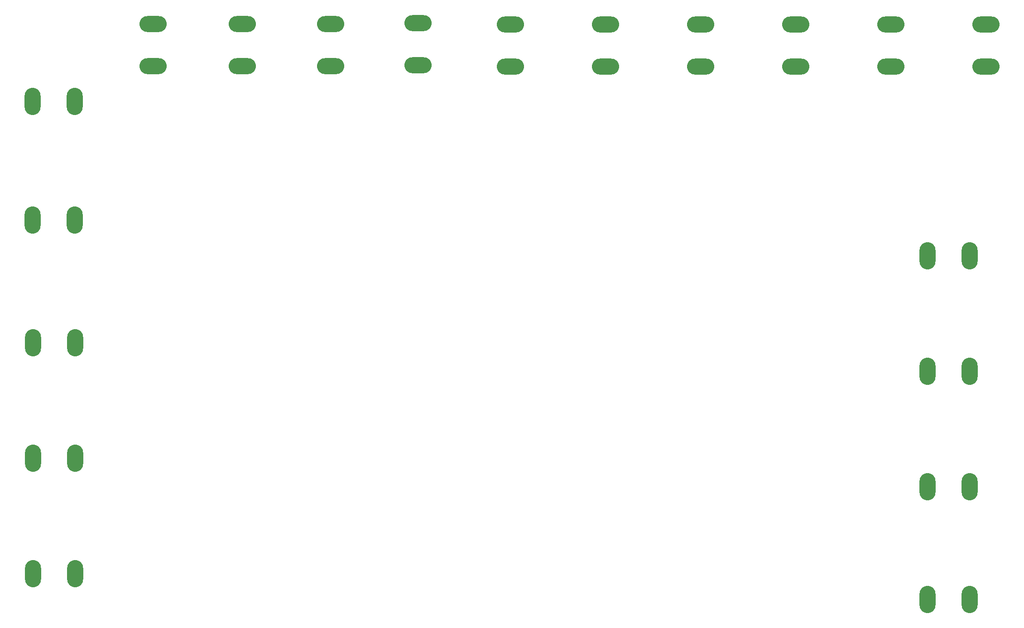
<source format=gbr>
%TF.GenerationSoftware,KiCad,Pcbnew,7.0.7*%
%TF.CreationDate,2023-11-08T23:07:50-06:00*%
%TF.ProjectId,PowerBoard_2024,506f7765-7242-46f6-9172-645f32303234,rev?*%
%TF.SameCoordinates,Original*%
%TF.FileFunction,Paste,Bot*%
%TF.FilePolarity,Positive*%
%FSLAX46Y46*%
G04 Gerber Fmt 4.6, Leading zero omitted, Abs format (unit mm)*
G04 Created by KiCad (PCBNEW 7.0.7) date 2023-11-08 23:07:50*
%MOMM*%
%LPD*%
G01*
G04 APERTURE LIST*
%ADD10O,5.100000X3.000000*%
%ADD11O,3.000000X5.100000*%
G04 APERTURE END LIST*
D10*
%TO.C,Conn18*%
X308745700Y-126287500D03*
X308745700Y-118413500D03*
%TD*%
D11*
%TO.C,Conn4*%
X351132000Y-225945700D03*
X359006000Y-225945700D03*
%TD*%
%TO.C,Conn3*%
X191772500Y-221094300D03*
X183898500Y-221094300D03*
%TD*%
D10*
%TO.C,Conn19*%
X290965700Y-126287500D03*
X290965700Y-118413500D03*
%TD*%
D11*
%TO.C,Conn9*%
X191677000Y-155006000D03*
X183803000Y-155006000D03*
%TD*%
D10*
%TO.C,Conn10*%
X344305700Y-126287500D03*
X344305700Y-118413500D03*
%TD*%
%TO.C,Conn17*%
X326525700Y-126287500D03*
X326525700Y-118413500D03*
%TD*%
D11*
%TO.C,Conn6*%
X351132000Y-183273700D03*
X359006000Y-183273700D03*
%TD*%
%TO.C,Conn8*%
X191706500Y-132832300D03*
X183832500Y-132832300D03*
%TD*%
%TO.C,Conn1*%
X191772500Y-177914300D03*
X183898500Y-177914300D03*
%TD*%
D10*
%TO.C,Conn16*%
X273185700Y-126287500D03*
X273185700Y-118413500D03*
%TD*%
D11*
%TO.C,Conn7*%
X351132000Y-161683700D03*
X359006000Y-161683700D03*
%TD*%
D10*
%TO.C,Conn12*%
X255917700Y-126033500D03*
X255917700Y-118159500D03*
%TD*%
%TO.C,Conn14*%
X239522000Y-126238000D03*
X239522000Y-118364000D03*
%TD*%
%TO.C,Conn15*%
X206387700Y-126259500D03*
X206387700Y-118385500D03*
%TD*%
D11*
%TO.C,Conn2*%
X191772500Y-199504300D03*
X183898500Y-199504300D03*
%TD*%
D10*
%TO.C,Conn13*%
X223024700Y-126238000D03*
X223024700Y-118364000D03*
%TD*%
D11*
%TO.C,Conn5*%
X351132000Y-204863700D03*
X359006000Y-204863700D03*
%TD*%
D10*
%TO.C,Conn11*%
X362085700Y-126287500D03*
X362085700Y-118413500D03*
%TD*%
M02*

</source>
